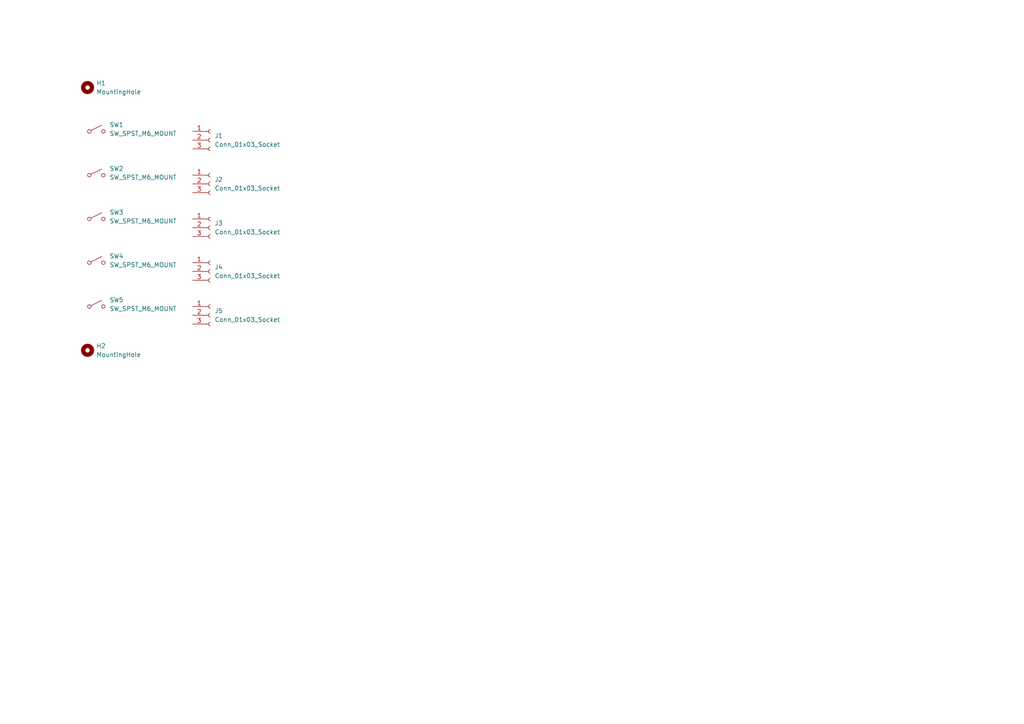
<source format=kicad_sch>
(kicad_sch (version 20231120) (generator "eeschema") (generator_version "8.0")
  (paper "A4")
  (lib_symbols
    (symbol "Connector:Conn_01x03_Socket" (pin_names (offset 1.016) hide)
      (property "Reference" "J" (at 0 5.08 0))
      (property "Value" "Conn_01x03_Socket" (at 0 -5.08 0))
      (symbol "Conn_01x03_Socket_1_1"
        (arc (start 0 -2.032) (mid -0.5058 -2.54) (end 0 -3.048) (stroke (width 0.1524)))
        (polyline (pts (xy -1.27 -2.54) (xy -0.508 -2.54)) (stroke (width 0.1524)))
        (polyline (pts (xy -1.27 0) (xy -0.508 0)) (stroke (width 0.1524)))
        (polyline (pts (xy -1.27 2.54) (xy -0.508 2.54)) (stroke (width 0.1524)))
        (arc (start 0 0.508) (mid -0.5058 0) (end 0 -0.508) (stroke (width 0.1524)))
        (arc (start 0 3.048) (mid -0.5058 2.54) (end 0 2.032) (stroke (width 0.1524)))
        (pin passive line (at -5.08 2.54 0) (length 3.81) (name "Pin_1") (number "1"))
        (pin passive line (at -5.08 0 0) (length 3.81) (name "Pin_2") (number "2"))
        (pin passive line (at -5.08 -2.54 0) (length 3.81) (name "Pin_3") (number "3"))
      )
    )
    (symbol "EXC:SW_SPDT-M6_Panel_Mount" (pin_names (offset 0) hide)
      (property "Reference" "SW" (at 0 3.175 0))
      (property "Value" "SW_SPST_M6_MOUNT" (at 0 -2.032 0))
      (symbol "SW_SPDT-M6_Panel_Mount_0_0"
        (circle (center -2.032 0) (radius 0.508))
        (polyline (pts (xy -1.524 0.254) (xy 1.524 1.778)))
        (circle (center 2.032 0) (radius 0.508))
      )
    )
    (symbol "Mechanical:MountingHole" (pin_names (offset 1.016)) (exclude_from_sim yes) (in_bom no)
      (property "Reference" "H" (at 0 5.08 0))
      (property "Value" "MountingHole" (at 0 3.175 0))
      (symbol "MountingHole_0_1"
        (circle (center 0 0) (radius 1.27) (stroke (width 1.27)))
      )
    )
  )
  (symbol (lib_id "EXC:SW_SPDT-M6_Panel_Mount") (at 27.94 63.5 0) (unit 1)
    (property "Reference" "SW3" (at 31.75 61.5949 0) (effects (justify left)))
    (property "Value" "SW_SPST_M6_MOUNT" (at 31.75 64.1349 0) (effects (justify left)))
    (property "Footprint" "EXC:SW_SPDT_M6_Panel_Mount" (effects (hide yes)))
    (property "Datasheet" "https://cdn-shop.adafruit.com/product-files/3221/singe_blue_switch_diagram.jpg" (effects (hide yes)))
    (property "Description" "Single Pole Dual-Throw (SPDT) M6 panel-mount switch" (effects (hide yes)))
    (property "Source" "https://www.adafruit.com/product/3221" (effects (hide yes)))
  )
  (symbol (lib_id "Mechanical:MountingHole") (at 25.4 25.4 0) (unit 1) (exclude_from_sim yes) (in_bom no)
    (property "Reference" "H1" (at 27.94 24.1299 0) (effects (justify left)))
    (property "Value" "MountingHole" (at 27.94 26.6699 0) (effects (justify left)))
    (property "Footprint" "MountingHole:MountingHole_3.2mm_M3" (effects (hide yes)))
    (property "Description" "Mounting Hole without connection" (effects (hide yes)))
  )
  (symbol (lib_id "EXC:SW_SPDT-M6_Panel_Mount") (at 27.94 38.1 0) (unit 1)
    (property "Reference" "SW1" (at 31.75 36.1949 0) (effects (justify left)))
    (property "Value" "SW_SPST_M6_MOUNT" (at 31.75 38.7349 0) (effects (justify left)))
    (property "Footprint" "EXC:SW_SPDT_M6_Panel_Mount" (effects (hide yes)))
    (property "Datasheet" "https://cdn-shop.adafruit.com/product-files/3221/singe_blue_switch_diagram.jpg" (effects (hide yes)))
    (property "Description" "Single Pole Dual-Throw (SPDT) M6 panel-mount switch" (effects (hide yes)))
    (property "Source" "https://www.adafruit.com/product/3221" (effects (hide yes)))
  )
  (symbol (lib_id "Connector:Conn_01x03_Socket") (at 60.96 53.34 0) (unit 1)
    (property "Reference" "J2" (at 62.23 52.0699 0) (effects (justify left)))
    (property "Value" "Conn_01x03_Socket" (at 62.23 54.6099 0) (effects (justify left)))
    (property "Footprint" "Connector_PinSocket_2.54mm:PinSocket_1x03_P2.54mm_Vertical" (effects (hide yes)))
    (property "Description" "Generic connector, single row, 01x03, script generated" (effects (hide yes)))
  )
  (symbol (lib_id "Connector:Conn_01x03_Socket") (at 60.96 78.74 0) (unit 1)
    (property "Reference" "J4" (at 62.23 77.4699 0) (effects (justify left)))
    (property "Value" "Conn_01x03_Socket" (at 62.23 80.0099 0) (effects (justify left)))
    (property "Footprint" "Connector_PinSocket_2.54mm:PinSocket_1x03_P2.54mm_Vertical" (effects (hide yes)))
    (property "Description" "Generic connector, single row, 01x03, script generated" (effects (hide yes)))
  )
  (symbol (lib_id "Connector:Conn_01x03_Socket") (at 60.96 91.44 0) (unit 1)
    (property "Reference" "J5" (at 62.23 90.1699 0) (effects (justify left)))
    (property "Value" "Conn_01x03_Socket" (at 62.23 92.7099 0) (effects (justify left)))
    (property "Footprint" "Connector_PinSocket_2.54mm:PinSocket_1x03_P2.54mm_Vertical" (effects (hide yes)))
    (property "Description" "Generic connector, single row, 01x03, script generated" (effects (hide yes)))
  )
  (symbol (lib_id "EXC:SW_SPDT-M6_Panel_Mount") (at 27.94 76.2 0) (unit 1)
    (property "Reference" "SW4" (at 31.75 74.2949 0) (effects (justify left)))
    (property "Value" "SW_SPST_M6_MOUNT" (at 31.75 76.8349 0) (effects (justify left)))
    (property "Footprint" "EXC:SW_SPDT_M6_Panel_Mount" (effects (hide yes)))
    (property "Datasheet" "https://cdn-shop.adafruit.com/product-files/3221/singe_blue_switch_diagram.jpg" (effects (hide yes)))
    (property "Description" "Single Pole Dual-Throw (SPDT) M6 panel-mount switch" (effects (hide yes)))
    (property "Source" "https://www.adafruit.com/product/3221" (effects (hide yes)))
  )
  (symbol (lib_id "Connector:Conn_01x03_Socket") (at 60.96 66.04 0) (unit 1)
    (property "Reference" "J3" (at 62.23 64.7699 0) (effects (justify left)))
    (property "Value" "Conn_01x03_Socket" (at 62.23 67.3099 0) (effects (justify left)))
    (property "Footprint" "Connector_PinSocket_2.54mm:PinSocket_1x03_P2.54mm_Vertical" (effects (hide yes)))
    (property "Description" "Generic connector, single row, 01x03, script generated" (effects (hide yes)))
  )
  (symbol (lib_id "Connector:Conn_01x03_Socket") (at 60.96 40.64 0) (unit 1)
    (property "Reference" "J1" (at 62.23 39.3699 0) (effects (justify left)))
    (property "Value" "Conn_01x03_Socket" (at 62.23 41.9099 0) (effects (justify left)))
    (property "Footprint" "Connector_PinSocket_2.54mm:PinSocket_1x03_P2.54mm_Vertical" (effects (hide yes)))
    (property "Description" "Generic connector, single row, 01x03, script generated" (effects (hide yes)))
  )
  (symbol (lib_id "Mechanical:MountingHole") (at 25.4 101.6 0) (unit 1) (exclude_from_sim yes) (in_bom no)
    (property "Reference" "H2" (at 27.94 100.3299 0) (effects (justify left)))
    (property "Value" "MountingHole" (at 27.94 102.8699 0) (effects (justify left)))
    (property "Footprint" "MountingHole:MountingHole_3.2mm_M3" (effects (hide yes)))
    (property "Description" "Mounting Hole without connection" (effects (hide yes)))
  )
  (symbol (lib_id "EXC:SW_SPDT-M6_Panel_Mount") (at 27.94 50.8 0) (unit 1)
    (property "Reference" "SW2" (at 31.75 48.8949 0) (effects (justify left)))
    (property "Value" "SW_SPST_M6_MOUNT" (at 31.75 51.4349 0) (effects (justify left)))
    (property "Footprint" "EXC:SW_SPDT_M6_Panel_Mount" (effects (hide yes)))
    (property "Datasheet" "https://cdn-shop.adafruit.com/product-files/3221/singe_blue_switch_diagram.jpg" (effects (hide yes)))
    (property "Description" "Single Pole Dual-Throw (SPDT) M6 panel-mount switch" (effects (hide yes)))
    (property "Source" "https://www.adafruit.com/product/3221" (effects (hide yes)))
  )
  (symbol (lib_id "EXC:SW_SPDT-M6_Panel_Mount") (at 27.94 88.9 0) (unit 1)
    (property "Reference" "SW5" (at 31.75 86.9949 0) (effects (justify left)))
    (property "Value" "SW_SPST_M6_MOUNT" (at 31.75 89.5349 0) (effects (justify left)))
    (property "Footprint" "EXC:SW_SPDT_M6_Panel_Mount" (effects (hide yes)))
    (property "Datasheet" "https://cdn-shop.adafruit.com/product-files/3221/singe_blue_switch_diagram.jpg" (effects (hide yes)))
    (property "Description" "Single Pole Dual-Throw (SPDT) M6 panel-mount switch" (effects (hide yes)))
    (property "Source" "https://www.adafruit.com/product/3221" (effects (hide yes)))
  )
)
</source>
